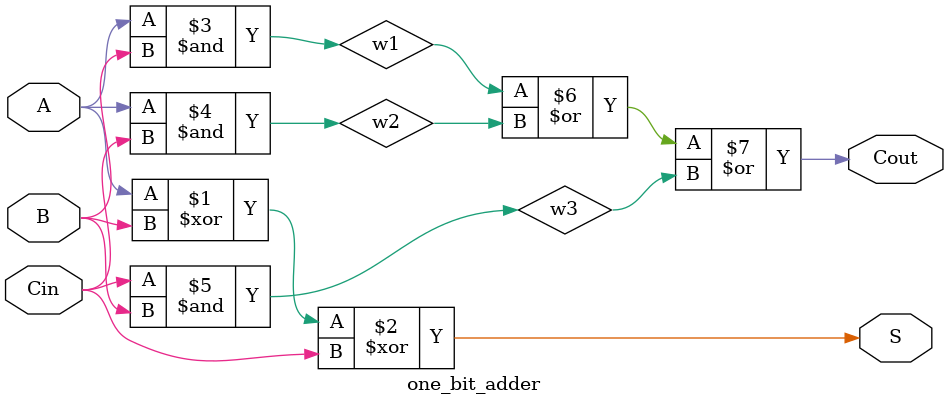
<source format=v>
module one_bit_adder(S, Cout, A, B, Cin);
    input A, B, Cin;
    output S, Cout;
    wire w1,w2,w3;

    xor sumResult(S, A, B, Cin);
    and A_and_B(w1, A, B);
    and A_and_Cin(w2, A, Cin);
    and B_and_Cin(w3, Cin, B);
    or coutResult(Cout, w1,w2,w3);
endmodule


</source>
